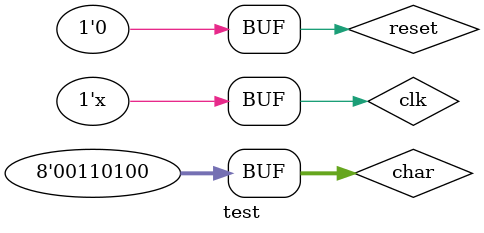
<source format=v>
`timescale 1ns / 1ps


module test;

	// Inputs
	reg clk;
	reg reset;
	reg [7:0] char;

	// Outputs
	wire [1:0] format_type;

	// Instantiate the Unit Under Test (UUT)
	cpu_checker uut (
		.clk(clk), 
		.reset(reset), 
		.char(char), 
		.format_type(format_type)
	);
 
	initial begin
		// Initialize Inputs
		clk = 1;
		reset = 0;
		char = 0;
       
		// Wait 100 ns for global reset to finish
		#10
		char = "^";
      #10
      char = "1";
		#10
		char = "2";
		#10
		char = "3";
		#10 
		char = "@";
		#10
		char = "0";
		#10
		char = "0";
		#10
		char = "0";
		#10
		char = "0";
		#10
		char = "3";
		#10
		char = "0";
		#10
		char = "f";
		#10
		char = "c";
		#10
		char = ":";
		#10
		char = " ";
		#10
		char = "*";
		#10
		char = "0";
		#10
		char = "0";
		#10
		char = "0";
		#10
		char = "0";
		#10
		char = "0";
		#10
		char = "0";
		#10
		char = "0";
		#10
		char = "1";
		#10
		char = " ";
		#10
		char = "<";
		#10
		char = "=";
		#10
		char = " ";
		#10
		char = "8";
		#10
		char = "9";
		#10
		char = "a";
		#10
		char = "b";
		#10
		char = "c";
		#10
		char = "d";
		#10
		char = "e";
		#10
		char = "f";
		#10
		char = "#";
		#10
		char = "^";
		#10
		char = "6";
		#10
		char = "4";
		// Add stimulus here

	end
	
	always #5 clk = ~clk;
      
endmodule


</source>
